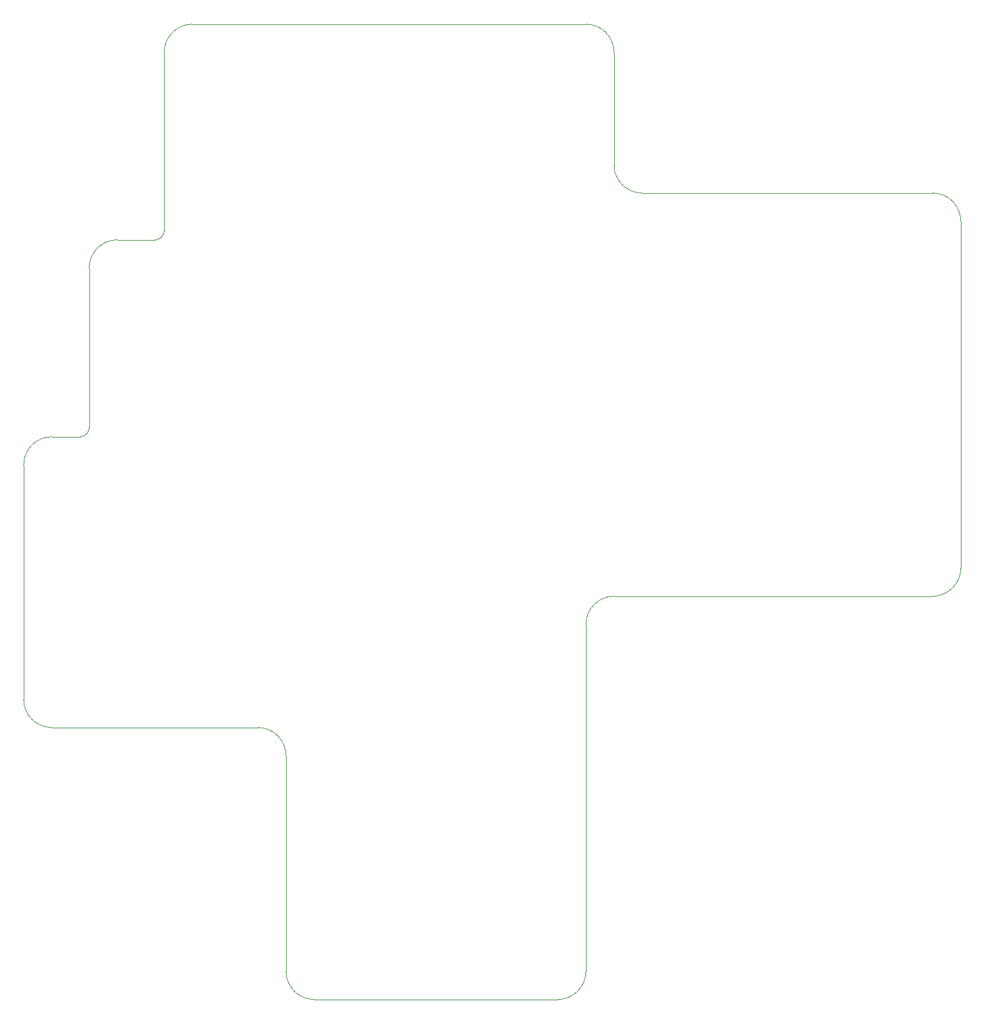
<source format=gbr>
%TF.GenerationSoftware,KiCad,Pcbnew,5.1.10-88a1d61d58~88~ubuntu20.04.1*%
%TF.CreationDate,2021-05-20T13:35:29+01:00*%
%TF.ProjectId,scrawler,73637261-776c-4657-922e-6b696361645f,rev?*%
%TF.SameCoordinates,Original*%
%TF.FileFunction,Profile,NP*%
%FSLAX46Y46*%
G04 Gerber Fmt 4.6, Leading zero omitted, Abs format (unit mm)*
G04 Created by KiCad (PCBNEW 5.1.10-88a1d61d58~88~ubuntu20.04.1) date 2021-05-20 13:35:29*
%MOMM*%
%LPD*%
G01*
G04 APERTURE LIST*
%TA.AperFunction,Profile*%
%ADD10C,0.050000*%
%TD*%
G04 APERTURE END LIST*
D10*
X168910000Y-43180000D02*
X168910000Y-27940000D01*
X172720000Y-46990000D02*
G75*
G02*
X168910000Y-43180000I0J3810000D01*
G01*
X212090000Y-46990000D02*
X172720000Y-46990000D01*
X212090000Y-46990000D02*
G75*
G02*
X215900000Y-50800000I0J-3810000D01*
G01*
X215900000Y-97790000D02*
X215900000Y-50800000D01*
X215900000Y-97790000D02*
G75*
G02*
X212090000Y-101600000I-3810000J0D01*
G01*
X168910000Y-101600000D02*
X212090000Y-101600000D01*
X165100000Y-105410000D02*
G75*
G02*
X168910000Y-101600000I3810000J0D01*
G01*
X165100000Y-152400000D02*
X165100000Y-105410000D01*
X165100000Y-152400000D02*
G75*
G02*
X161290000Y-156210000I-3810000J0D01*
G01*
X128270000Y-156210000D02*
X161290000Y-156210000D01*
X128270000Y-156210000D02*
G75*
G02*
X124460000Y-152400000I0J3810000D01*
G01*
X124460000Y-123190000D02*
X124460000Y-152400000D01*
X120650000Y-119380000D02*
G75*
G02*
X124460000Y-123190000I0J-3810000D01*
G01*
X92710000Y-119380000D02*
X120650000Y-119380000D01*
X92710000Y-119380000D02*
G75*
G02*
X88900000Y-115570000I0J3810000D01*
G01*
X88900000Y-83820000D02*
X88900000Y-115570000D01*
X88900000Y-83820000D02*
G75*
G02*
X92710000Y-80010000I3810000J0D01*
G01*
X96520000Y-80010000D02*
X92710000Y-80010000D01*
X97790000Y-78740000D02*
G75*
G02*
X96520000Y-80010000I-1270000J0D01*
G01*
X97777300Y-57150000D02*
X97790000Y-78740000D01*
X97777300Y-57150000D02*
G75*
G02*
X101600000Y-53327300I3822700J0D01*
G01*
X106680000Y-53340000D02*
X101600000Y-53327300D01*
X107950000Y-52070000D02*
G75*
G02*
X106680000Y-53340000I-1270000J0D01*
G01*
X107950000Y-27940000D02*
X107950000Y-52070000D01*
X107950000Y-27940000D02*
G75*
G02*
X111760000Y-24130000I3810000J0D01*
G01*
X165100000Y-24130000D02*
X111760000Y-24130000D01*
X165100000Y-24130000D02*
G75*
G02*
X168910000Y-27940000I0J-3810000D01*
G01*
M02*

</source>
